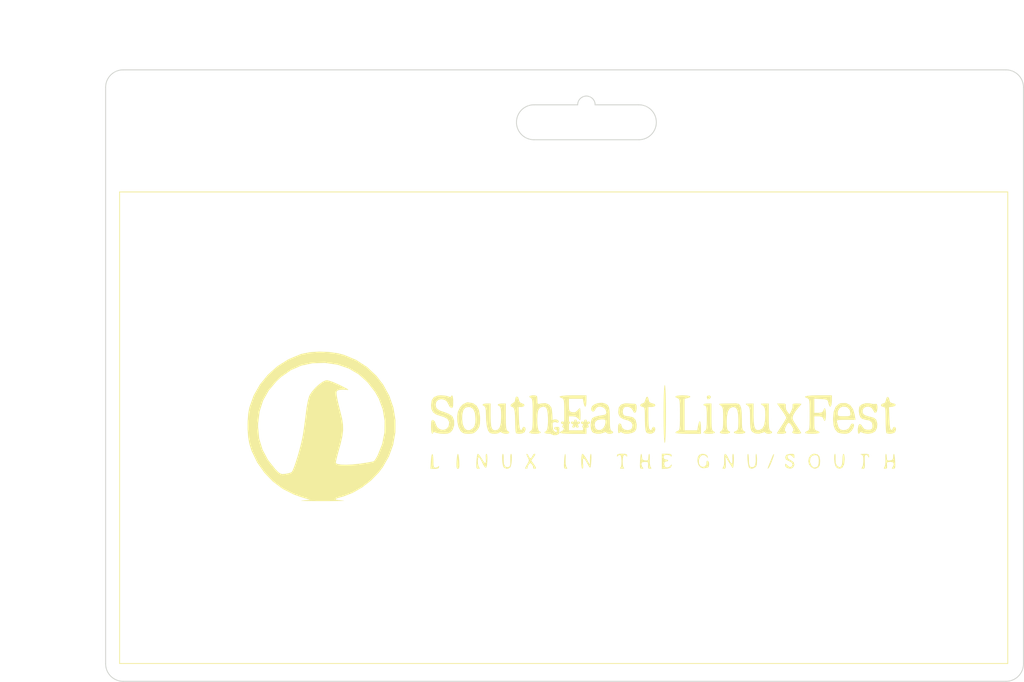
<source format=kicad_pcb>
(kicad_pcb (version 20221018) (generator pcbnew)
  (layers (0 "F.Cu" signal) (31 "B.Cu" signal) (34 "B.Paste" user) (35 "F.Paste" user) (36 "B.SilkS" user "B.Silkscreen") (37 "F.SilkS" user "F.Silkscreen") (38 "B.Mask" user) (39 "F.Mask" user) (44 "Edge.Cuts" user))
  (net 0 "")
  (footprint "Resources:SELF_FULL_Stencil" (layer "F.Cu") (at 153 81)
    (fp_text reference "G***" (at 0 0) (layer "F.SilkS") (effects (font (size 1.5 1.5) (thickness 0.3))))
    (fp_text value "LOGO" hide)
    (fp_poly (pts (xy 16.23327 -3.624621) (xy 16.214047 -3.462831) (xy 16.064085 -3.314099) (xy 15.895878 -3.277364) (xy 15.8627 -3.298703) (xy 15.779829 -3.500194) (xy 15.774737 -3.564912) (xy 15.873426 -3.7125) (xy 16.07619 -3.732618)) (fill solid) (layer "F.SilkS"))
    (fp_poly (pts (xy -12.637253 3.063008) (xy -12.580865 3.382097) (xy -12.544302 3.810281) (xy -12.530939 4.291641) (xy -12.55957 4.56027) (xy -12.639623 4.668811) (xy -12.7 4.679509) (xy -12.808485 4.629822) (xy -12.860959 4.445665) (xy -12.866852 4.074392) (xy -12.855699 3.810281) (xy -12.817316 3.367652) (xy -12.76047 3.054583) (xy -12.7 2.941053)) (fill solid) (layer "F.SilkS"))
    (fp_poly (pts (xy -0.380893 3.060753) (xy -0.369947 3.367398) (xy -0.380795 3.613254) (xy -0.376903 4.088007) (xy -0.301762 4.420199) (xy -0.264163 4.482284) (xy -0.17915 4.637104) (xy -0.324942 4.678979) (xy -0.351263 4.679228) (xy -0.485205 4.65153) (xy -0.554466 4.52898) (xy -0.572904 4.252967) (xy -0.556751 3.810281) (xy -0.52146 3.367664) (xy -0.472699 3.054569) (xy -0.423067 2.94097)) (fill solid) (layer "F.SilkS"))
    (fp_poly (pts (xy 23.453787 3.114067) (xy 23.360445 3.420982) (xy 23.217961 3.807515) (xy 23.057697 4.192055) (xy 22.911017 4.49299) (xy 22.837538 4.605421) (xy 22.735961 4.675534) (xy 22.726316 4.655168) (xy 22.773513 4.494258) (xy 22.891655 4.184629) (xy 22.94273 4.060274) (xy 23.113382 3.645128) (xy 23.259067 3.279467) (xy 23.280681 3.223302) (xy 23.391771 3.008262) (xy 23.466626 2.968381)) (fill solid) (layer "F.SilkS"))
    (fp_poly (pts (xy -15.535642 3.202846) (xy -15.507616 3.683144) (xy -15.507369 3.743158) (xy -15.496996 4.192453) (xy -15.452996 4.435243) (xy -15.35605 4.532009) (xy -15.251141 4.545263) (xy -15.005383 4.468854) (xy -14.927484 4.378158) (xy -14.868632 4.331266) (xy -14.849502 4.445) (xy -14.903099 4.604283) (xy -15.12439 4.671169) (xy -15.340263 4.679228) (xy -15.841579 4.679509) (xy -15.796751 3.810281) (xy -15.746267 3.287744) (xy -15.673539 3.009454) (xy -15.597141 2.979719)) (fill solid) (layer "F.SilkS"))
    (fp_poly (pts (xy 11.007257 -4.8146) (xy 11.043637 -4.427072) (xy 11.07079 -3.795157) (xy 11.088257 -2.930282) (xy 11.095582 -1.843872) (xy 11.095789 -1.60421) (xy 11.090521 -0.475418) (xy 11.07502 0.434096) (xy 11.049743 1.112905) (xy 11.015148 1.549582) (xy 10.971691 1.732702) (xy 10.962105 1.737895) (xy 10.916953 1.60618) (xy 10.880573 1.218652) (xy 10.85342 0.586737) (xy 10.835953 -0.278139) (xy 10.828629 -1.364549) (xy 10.828421 -1.60421) (xy 10.833689 -2.733003) (xy 10.849191 -3.642516) (xy 10.874467 -4.321325) (xy 10.909062 -4.758003) (xy 10.952519 -4.941123) (xy 10.962105 -4.946315)) (fill solid) (layer "F.SilkS"))
    (fp_poly (pts (xy 31.492516 3.061185) (xy 31.540867 3.367918) (xy 31.549473 3.599925) (xy 31.481868 4.156094) (xy 31.29058 4.525417) (xy 30.992903 4.676877) (xy 30.947895 4.678948) (xy 30.713029 4.591292) (xy 30.556391 4.468872) (xy 30.452027 4.256837) (xy 30.378057 3.913842) (xy 30.340692 3.527092) (xy 30.346145 3.183789) (xy 30.400629 2.971138) (xy 30.447542 2.941053) (xy 30.499251 3.059642) (xy 30.51148 3.358733) (xy 30.502618 3.521317) (xy 30.51783 4.008978) (xy 30.666033 4.311023) (xy 30.672629 4.317742) (xy 30.940439 4.490538) (xy 31.136264 4.412266) (xy 31.252195 4.091433) (xy 31.282105 3.662013) (xy 31.304494 3.263839) (xy 31.362145 3.002001) (xy 31.415789 2.941053)) (fill solid) (layer "F.SilkS"))
    (fp_poly (pts (xy 20.542489 3.061762) (xy 20.578902 3.372855) (xy 20.587368 3.662013) (xy 20.610643 4.122189) (xy 20.690745 4.375253) (xy 20.804839 4.466425) (xy 21.102793 4.476843) (xy 21.296518 4.256172) (xy 21.373154 3.824595) (xy 21.367225 3.583749) (xy 21.360043 3.21162) (xy 21.391425 2.979567) (xy 21.422895 2.94097) (xy 21.477963 3.061889) (xy 21.514381 3.373533) (xy 21.523158 3.671613) (xy 21.502993 4.126066) (xy 21.427847 4.389055) (xy 21.275741 4.53444) (xy 21.264578 4.54056) (xy 20.954291 4.664989) (xy 20.71851 4.624815) (xy 20.634764 4.576637) (xy 20.552732 4.413874) (xy 20.483862 4.093044) (xy 20.435885 3.699792) (xy 20.416533 3.319765) (xy 20.433535 3.038606) (xy 20.487105 2.940871)) (fill solid) (layer "F.SilkS"))
    (fp_poly (pts (xy -6.548858 3.057747) (xy -6.524554 3.350587) (xy -6.539098 3.732453) (xy -6.587129 4.116493) (xy -6.663288 4.415851) (xy -6.714323 4.511842) (xy -6.958412 4.659073) (xy -7.085263 4.678948) (xy -7.364021 4.590641) (xy -7.456204 4.511842) (xy -7.545341 4.294518) (xy -7.609255 3.945535) (xy -7.642585 3.551738) (xy -7.639972 3.199974) (xy -7.596056 2.977086) (xy -7.553158 2.940887) (xy -7.481069 3.061712) (xy -7.456142 3.378055) (xy -7.464068 3.583749) (xy -7.44068 4.100788) (xy -7.292993 4.41134) (xy -7.032574 4.497694) (xy -6.890389 4.462092) (xy -6.755856 4.356568) (xy -6.6985 4.131386) (xy -6.702723 3.718346) (xy -6.70634 3.657498) (xy -6.709703 3.237947) (xy -6.664542 2.986112) (xy -6.617369 2.940788)) (fill solid) (layer "F.SilkS"))
    (fp_poly (pts (xy 34.105381 2.960442) (xy 34.289788 3.013479) (xy 34.342467 3.149116) (xy 34.341334 3.241842) (xy 34.318627 3.422775) (xy 34.275042 3.346602) (xy 34.26469 3.308685) (xy 34.116716 3.109948) (xy 34.000955 3.074737) (xy 33.888138 3.125378) (xy 33.836247 3.313576) (xy 33.834615 3.693739) (xy 33.843652 3.877086) (xy 33.860131 4.323688) (xy 33.834319 4.565354) (xy 33.749788 4.663261) (xy 33.628263 4.679191) (xy 33.456055 4.646714) (xy 33.522273 4.524296) (xy 33.528 4.518527) (xy 33.623973 4.296057) (xy 33.68129 3.918941) (xy 33.688421 3.725719) (xy 33.671494 3.333627) (xy 33.598753 3.132318) (xy 33.437254 3.046188) (xy 33.387631 3.035398) (xy 33.328692 2.999889) (xy 33.499919 2.970823) (xy 33.721842 2.959258)) (fill solid) (layer "F.SilkS"))
    (fp_poly (pts (xy 2.558929 3.060505) (xy 2.576257 3.364511) (xy 2.568727 3.576053) (xy 2.529282 4.142843) (xy 2.485294 4.460669) (xy 2.416382 4.547465) (xy 2.302167 4.421164) (xy 2.122267 4.099702) (xy 2.075002 4.010527) (xy 1.83988 3.61739) (xy 1.684184 3.478739) (xy 1.606643 3.595191) (xy 1.605993 3.967362) (xy 1.631403 4.226647) (xy 1.631495 4.538278) (xy 1.555471 4.677582) (xy 1.543945 4.678948) (xy 1.466379 4.553999) (xy 1.417183 4.212553) (xy 1.403684 3.81) (xy 1.422573 3.35569) (xy 1.472631 3.04508) (xy 1.537368 2.941597) (xy 1.672705 3.048804) (xy 1.879006 3.324121) (xy 2.034851 3.576597) (xy 2.398649 4.211053) (xy 2.402482 3.576053) (xy 2.423839 3.205759) (xy 2.473862 2.976922) (xy 2.507542 2.941053)) (fill solid) (layer "F.SilkS"))
    (fp_poly (pts (xy 16.309473 -1.265804) (xy 16.315818 -0.577054) (xy 16.338393 -0.112575) (xy 16.382511 0.170508) (xy 16.453482 0.315069) (xy 16.51 0.352709) (xy 16.705296 0.474375) (xy 16.658552 0.578735) (xy 16.395096 0.648698) (xy 16.042105 0.668421) (xy 15.658478 0.643573) (xy 15.417364 0.579804) (xy 15.373684 0.530541) (xy 15.480515 0.367747) (xy 15.57421 0.315712) (xy 15.667831 0.227438) (xy 15.728293 0.018981) (xy 15.761703 -0.354317) (xy 15.774168 -0.937115) (xy 15.774737 -1.150618) (xy 15.768492 -1.787883) (xy 15.745588 -2.201315) (xy 15.699771 -2.434248) (xy 15.624787 -2.530013) (xy 15.57421 -2.54) (xy 15.396307 -2.612185) (xy 15.373684 -2.673684) (xy 15.491203 -2.762045) (xy 15.780174 -2.806214) (xy 15.841579 -2.807368) (xy 16.309473 -2.807368)) (fill solid) (layer "F.SilkS"))
    (fp_poly (pts (xy 6.462228 2.960757) (xy 6.638237 3.036216) (xy 6.673656 3.175) (xy 6.639419 3.301683) (xy 6.595674 3.241842) (xy 6.41921 3.088414) (xy 6.338859 3.074737) (xy 6.228294 3.191744) (xy 6.161757 3.482923) (xy 6.14057 3.85851) (xy 6.166052 4.228743) (xy 6.239522 4.503859) (xy 6.316579 4.590411) (xy 6.322797 4.636183) (xy 6.114538 4.657619) (xy 6.082631 4.65784) (xy 5.85506 4.639813) (xy 5.836472 4.595867) (xy 5.848684 4.590411) (xy 5.955168 4.429743) (xy 6.012776 4.113591) (xy 6.022828 3.73172) (xy 5.986644 3.373892) (xy 5.905543 3.12987) (xy 5.826403 3.074737) (xy 5.611732 3.175815) (xy 5.569589 3.241842) (xy 5.510737 3.288734) (xy 5.491606 3.175) (xy 5.535598 3.027034) (xy 5.726488 2.957262) (xy 6.082631 2.941053)) (fill solid) (layer "F.SilkS"))
    (fp_poly (pts (xy 11.562746 2.963096) (xy 11.726669 3.046636) (xy 11.753656 3.175) (xy 11.719419 3.301683) (xy 11.675674 3.241842) (xy 11.507171 3.121544) (xy 11.218333 3.074737) (xy 10.929794 3.119464) (xy 10.831247 3.28422) (xy 10.828421 3.342106) (xy 10.92295 3.565533) (xy 11.095789 3.609474) (xy 11.313115 3.659295) (xy 11.363158 3.728304) (xy 11.253821 3.820074) (xy 11.12921 3.828568) (xy 10.943491 3.902496) (xy 10.895263 4.14238) (xy 10.990372 4.425409) (xy 11.216625 4.533085) (xy 11.485408 4.442348) (xy 11.60028 4.325853) (xy 11.738788 4.156679) (xy 11.763002 4.208983) (xy 11.741647 4.344737) (xy 11.641698 4.532198) (xy 11.38161 4.626945) (xy 11.161478 4.65158) (xy 10.627895 4.691055) (xy 10.627895 3.816054) (xy 10.627895 2.941053) (xy 11.196052 2.941053)) (fill solid) (layer "F.SilkS"))
    (fp_poly (pts (xy 15.526607 2.976701) (xy 15.791088 3.113338) (xy 15.87878 3.275263) (xy 15.894421 3.4576) (xy 15.82611 3.392378) (xy 15.773018 3.308685) (xy 15.519727 3.105445) (xy 15.218281 3.114278) (xy 14.978152 3.331796) (xy 14.977335 3.333317) (xy 14.855177 3.729784) (xy 14.889313 4.09049) (xy 15.048111 4.35431) (xy 15.299943 4.46012) (xy 15.529251 4.399868) (xy 15.732908 4.178483) (xy 15.733009 3.999081) (xy 15.74933 3.784421) (xy 15.854094 3.743158) (xy 15.999918 3.863655) (xy 16.042105 4.144211) (xy 15.985141 4.456372) (xy 15.852512 4.545263) (xy 15.548572 4.592724) (xy 15.483869 4.613972) (xy 15.250204 4.594899) (xy 15.005041 4.472707) (xy 14.797192 4.192188) (xy 14.702249 3.792626) (xy 14.728988 3.387787) (xy 14.886188 3.091438) (xy 14.897705 3.081446) (xy 15.193049 2.959005)) (fill solid) (layer "F.SilkS"))
    (fp_poly (pts (xy 28.435153 3.011873) (xy 28.654843 3.248621) (xy 28.738953 3.687731) (xy 28.742105 3.832034) (xy 28.703732 4.248347) (xy 28.570253 4.481436) (xy 28.483525 4.54056) (xy 28.191828 4.661595) (xy 27.954169 4.625832) (xy 27.702377 4.470841) (xy 27.461153 4.171367) (xy 27.395325 3.834014) (xy 27.577364 3.834014) (xy 27.605021 3.988218) (xy 27.781417 4.361182) (xy 28.039764 4.533461) (xy 28.32423 4.481358) (xy 28.466994 4.354067) (xy 28.560929 4.101469) (xy 28.587951 3.725593) (xy 28.583626 3.652225) (xy 28.52917 3.31055) (xy 28.401521 3.152739) (xy 28.182939 3.100146) (xy 27.840016 3.170645) (xy 27.625568 3.434615) (xy 27.577364 3.834014) (xy 27.395325 3.834014) (xy 27.386601 3.789305) (xy 27.460505 3.404442) (xy 27.664649 3.096563) (xy 27.980815 2.945456) (xy 28.051651 2.941053)) (fill solid) (layer "F.SilkS"))
    (fp_poly (pts (xy 18.849785 3.0661) (xy 18.877696 3.414678) (xy 18.867518 3.843141) (xy 18.827558 4.329143) (xy 18.772267 4.561163) (xy 18.698401 4.552315) (xy 18.693836 4.545263) (xy 18.549316 4.312927) (xy 18.331974 3.963235) (xy 18.236772 3.81) (xy 17.904593 3.275263) (xy 17.942559 3.977189) (xy 17.952733 4.389869) (xy 17.912516 4.600861) (xy 17.802585 4.674033) (xy 17.73021 4.679031) (xy 17.561537 4.644847) (xy 17.626081 4.50314) (xy 17.643109 4.482284) (xy 17.738735 4.215529) (xy 17.76702 3.777095) (xy 17.759742 3.613254) (xy 17.761356 3.160362) (xy 17.839585 2.962347) (xy 17.984072 3.021971) (xy 18.184463 3.341997) (xy 18.250807 3.482248) (xy 18.467554 3.909484) (xy 18.615956 4.080069) (xy 18.694723 3.993777) (xy 18.702567 3.650384) (xy 18.696222 3.559679) (xy 18.692177 3.178283) (xy 18.744263 2.964438) (xy 18.781668 2.940772)) (fill solid) (layer "F.SilkS"))
    (fp_poly (pts (xy -9.355968 3.067602) (xy -9.326815 3.428799) (xy -9.336176 3.816377) (xy -9.383313 4.312401) (xy -9.466898 4.54782) (xy -9.597041 4.523629) (xy -9.783853 4.240821) (xy -9.959127 3.877611) (xy -10.129119 3.552589) (xy -10.273848 3.362502) (xy -10.313988 3.342106) (xy -10.395905 3.456231) (xy -10.425575 3.732331) (xy -10.406975 4.070989) (xy -10.344078 4.372787) (xy -10.266948 4.518527) (xy -10.193571 4.644426) (xy -10.357868 4.679192) (xy -10.367211 4.679228) (xy -10.506611 4.654242) (xy -10.579222 4.539519) (xy -10.599718 4.275988) (xy -10.583067 3.810281) (xy -10.543874 3.367645) (xy -10.484908 3.054575) (xy -10.421597 2.941053) (xy -10.294607 3.047098) (xy -10.092453 3.319782) (xy -9.9392 3.565167) (xy -9.703916 3.917999) (xy -9.55643 4.01897) (xy -9.493344 3.866759) (xy -9.51126 3.460044) (xy -9.517856 3.401203) (xy -9.519007 3.084773) (xy -9.444018 2.942466) (xy -9.431314 2.940772)) (fill solid) (layer "F.SilkS"))
    (fp_poly (pts (xy 25.769316 3.03409) (xy 25.796801 3.233773) (xy 25.778422 3.445417) (xy 25.697041 3.411892) (xy 25.614958 3.308685) (xy 25.37884 3.117161) (xy 25.147269 3.092332) (xy 25.008996 3.233605) (xy 24.998947 3.312797) (xy 25.119753 3.536194) (xy 25.4 3.702237) (xy 25.713564 3.918848) (xy 25.801445 4.210031) (xy 25.645358 4.513757) (xy 25.640631 4.518527) (xy 25.46507 4.63956) (xy 25.228982 4.645656) (xy 24.965526 4.586796) (xy 24.770658 4.420388) (xy 24.731579 4.268093) (xy 24.745529 4.100184) (xy 24.828705 4.116778) (xy 25.007892 4.28684) (xy 25.24549 4.46693) (xy 25.430398 4.43893) (xy 25.467841 4.41075) (xy 25.595214 4.184931) (xy 25.477732 3.957303) (xy 25.135166 3.764258) (xy 25.11215 3.75605) (xy 24.826312 3.605732) (xy 24.748316 3.391108) (xy 24.755237 3.312235) (xy 24.839617 3.099967) (xy 25.064505 2.99672) (xy 25.299737 2.966404) (xy 25.628738 2.958022)) (fill solid) (layer "F.SilkS"))
    (fp_poly (pts (xy -3.836938 2.997707) (xy -3.925504 3.191634) (xy -4.023496 3.331056) (xy -4.311837 3.721059) (xy -4.027498 4.120377) (xy -3.811913 4.446877) (xy -3.760772 4.615803) (xy -3.86755 4.675144) (xy -3.951574 4.678948) (xy -4.096185 4.62298) (xy -4.089541 4.564958) (xy -4.10705 4.38399) (xy -4.215335 4.197326) (xy -4.374583 4.021511) (xy -4.495088 4.060075) (xy -4.607823 4.197326) (xy -4.73355 4.434963) (xy -4.733618 4.564958) (xy -4.777156 4.661555) (xy -4.882487 4.678948) (xy -5.001358 4.648313) (xy -4.985535 4.518428) (xy -4.825693 4.232323) (xy -4.803469 4.196228) (xy -4.622604 3.879185) (xy -4.579446 3.66835) (xy -4.664545 3.446706) (xy -4.733282 3.32728) (xy -4.851161 3.070981) (xy -4.843832 2.944026) (xy -4.829198 2.941053) (xy -4.687242 3.051513) (xy -4.612105 3.208421) (xy -4.486765 3.424622) (xy -4.390055 3.47579) (xy -4.249605 3.364291) (xy -4.182946 3.208421) (xy -4.046952 2.991137) (xy -3.924091 2.941053)) (fill solid) (layer "F.SilkS"))
    (fp_poly (pts (xy 9.239437 3.060711) (xy 9.254523 3.367258) (xy 9.244468 3.613254) (xy 9.248361 4.088007) (xy 9.323501 4.420199) (xy 9.361101 4.482284) (xy 9.445047 4.636194) (xy 9.297783 4.678604) (xy 9.263732 4.678948) (xy 9.084949 4.630701) (xy 9.044439 4.436639) (xy 9.06201 4.277895) (xy 9.077782 3.999279) (xy 8.961574 3.892863) (xy 8.704647 3.876842) (xy 8.398429 3.919851) (xy 8.291103 4.071146) (xy 8.288421 4.117474) (xy 8.37306 4.414016) (xy 8.448842 4.518527) (xy 8.522219 4.644426) (xy 8.357922 4.679192) (xy 8.348579 4.679228) (xy 8.209178 4.654242) (xy 8.136567 4.539519) (xy 8.116071 4.275988) (xy 8.132722 3.810281) (xy 8.168753 3.367673) (xy 8.219449 3.054607) (xy 8.271677 2.941053) (xy 8.33835 3.056479) (xy 8.360533 3.308685) (xy 8.405836 3.58635) (xy 8.60708 3.700831) (xy 8.722895 3.718617) (xy 8.980259 3.717584) (xy 9.077507 3.581037) (xy 9.090526 3.350985) (xy 9.119019 3.065422) (xy 9.187868 2.941145) (xy 9.190789 2.94097)) (fill solid) (layer "F.SilkS"))
    (fp_poly (pts (xy 13.527652 -3.720206) (xy 13.82262 -3.659296) (xy 13.89934 -3.572343) (xy 13.73804 -3.471262) (xy 13.568947 -3.420893) (xy 13.234737 -3.337011) (xy 13.234737 -1.534821) (xy 13.234737 0.267369) (xy 13.958249 0.267369) (xy 14.681762 0.267369) (xy 14.772105 -0.267368) (xy 14.867262 -0.654052) (xy 14.965579 -0.785084) (xy 15.04894 -0.671335) (xy 15.099232 -0.323672) (xy 15.106316 -0.066842) (xy 15.106316 0.668421) (xy 13.635789 0.668421) (xy 13.03513 0.65782) (xy 12.55612 0.628934) (xy 12.250406 0.586144) (xy 12.165263 0.543746) (xy 12.275596 0.407982) (xy 12.432631 0.334211) (xy 12.540817 0.282707) (xy 12.615152 0.179547) (xy 12.661936 -0.019371) (xy 12.687469 -0.358147) (xy 12.698052 -0.880882) (xy 12.7 -1.537368) (xy 12.697431 -2.261149) (xy 12.685524 -2.76168) (xy 12.65798 -3.083061) (xy 12.608497 -3.269394) (xy 12.530777 -3.364778) (xy 12.432631 -3.408947) (xy 12.188959 -3.524445) (xy 12.191848 -3.625905) (xy 12.420504 -3.701773) (xy 12.854133 -3.740497) (xy 13.03421 -3.743158)) (fill solid) (layer "F.SilkS"))
    (fp_poly (pts (xy 36.33168 3.057523) (xy 36.362063 3.339041) (xy 36.362105 3.350985) (xy 36.389588 3.6348) (xy 36.52208 3.727993) (xy 36.729737 3.718617) (xy 37.001035 3.638117) (xy 37.089307 3.425075) (xy 37.092098 3.308685) (xy 37.117826 3.041814) (xy 37.180955 2.941053) (xy 37.235172 3.062995) (xy 37.285528 3.382055) (xy 37.319909 3.810281) (xy 37.336564 4.279414) (xy 37.315638 4.541235) (xy 37.242455 4.654814) (xy 37.104052 4.679228) (xy 36.931844 4.646721) (xy 36.998066 4.524292) (xy 37.003789 4.518527) (xy 37.145058 4.250299) (xy 37.16421 4.117474) (xy 37.089817 3.940441) (xy 36.828118 3.878393) (xy 36.747985 3.876842) (xy 36.46238 3.901047) (xy 36.370581 4.028068) (xy 36.390621 4.277895) (xy 36.401256 4.56395) (xy 36.290749 4.670133) (xy 36.188899 4.678948) (xy 36.01239 4.645901) (xy 36.07048 4.508197) (xy 36.091531 4.482284) (xy 36.187156 4.215529) (xy 36.215441 3.777095) (xy 36.208163 3.613254) (xy 36.199567 3.231377) (xy 36.228405 2.987808) (xy 36.261842 2.94097)) (fill solid) (layer "F.SilkS"))
    (fp_poly (pts (xy -5.786148 -3.466701) (xy -5.72388 -3.241842) (xy -5.61311 -2.939551) (xy -5.38079 -2.831491) (xy -5.13028 -2.721209) (xy -5.092941 -2.555093) (xy -5.260336 -2.426897) (xy -5.419052 -2.406315) (xy -5.758103 -2.406315) (xy -5.719841 -1.113731) (xy -5.684128 -0.421229) (xy -5.624318 0.018756) (xy -5.538288 0.220173) (xy -5.514474 0.234251) (xy -5.371091 0.17849) (xy -5.347369 0.077983) (xy -5.245177 -0.106305) (xy -5.146842 -0.133684) (xy -4.986958 -0.032623) (xy -4.956032 0.19926) (xy -5.060751 0.45502) (xy -5.106737 0.508) (xy -5.351262 0.624643) (xy -5.690631 0.667427) (xy -5.983698 0.625799) (xy -6.060351 0.579299) (xy -6.100966 0.413318) (xy -6.132349 0.047566) (xy -6.149532 -0.450391) (xy -6.151299 -0.65728) (xy -6.166131 -1.412819) (xy -6.211908 -1.933003) (xy -6.29477 -2.248691) (xy -6.420857 -2.390743) (xy -6.499276 -2.406315) (xy -6.663649 -2.484977) (xy -6.659886 -2.653576) (xy -6.506934 -2.811038) (xy -6.416842 -2.846103) (xy -6.195541 -3.019917) (xy -6.149474 -3.262747) (xy -6.082406 -3.53907) (xy -5.934598 -3.605743)) (fill solid) (layer "F.SilkS"))
    (fp_poly (pts (xy -10.974799 -2.844416) (xy -10.554926 -2.548587) (xy -10.288294 -2.044681) (xy -10.168456 -1.323816) (xy -10.16 -1.019527) (xy -10.177073 -0.506375) (xy -10.246019 -0.161316) (xy -10.393425 0.113728) (xy -10.506094 0.257112) (xy -10.764691 0.516035) (xy -11.039968 0.63669) (xy -11.450673 0.668268) (xy -11.499023 0.668421) (xy -11.934709 0.640664) (xy -12.211207 0.531598) (xy -12.410731 0.331689) (xy -12.636763 -0.121019) (xy -12.765533 -0.72288) (xy -12.773901 -1.036622) (xy -12.214197 -1.036622) (xy -12.142257 -0.427201) (xy -11.956046 0.005435) (xy -11.682552 0.238944) (xy -11.348763 0.250981) (xy -10.981666 0.019205) (xy -10.962105 0) (xy -10.794824 -0.243934) (xy -10.71307 -0.597125) (xy -10.694737 -1.039728) (xy -10.754126 -1.708336) (xy -10.937001 -2.148241) (xy -11.250421 -2.37143) (xy -11.499719 -2.406315) (xy -11.850576 -2.317314) (xy -12.078259 -2.035999) (xy -12.193966 -1.540904) (xy -12.214197 -1.036622) (xy -12.773901 -1.036622) (xy -12.782763 -1.368883) (xy -12.706823 -1.84624) (xy -12.474758 -2.350464) (xy -12.115455 -2.731367) (xy -11.693696 -2.92741) (xy -11.554359 -2.941052)) (fill solid) (layer "F.SilkS"))
    (fp_poly (pts (xy 36.608938 -3.439789) (xy 36.65325 -3.249767) (xy 36.745129 -2.961098) (xy 36.98777 -2.843224) (xy 37.071873 -2.831145) (xy 37.340597 -2.742518) (xy 37.37784 -2.605151) (xy 37.19682 -2.478037) (xy 36.982067 -2.430401) (xy 36.620017 -2.387644) (xy 36.658166 -1.104395) (xy 36.694113 -0.413978) (xy 36.754501 0.023545) (xy 36.841406 0.221712) (xy 36.863421 0.234251) (xy 37.006804 0.17849) (xy 37.030526 0.077983) (xy 37.132718 -0.106305) (xy 37.231052 -0.133684) (xy 37.390937 -0.032623) (xy 37.421862 0.19926) (xy 37.317144 0.45502) (xy 37.271158 0.508) (xy 37.026633 0.624643) (xy 36.687263 0.667427) (xy 36.394196 0.625799) (xy 36.317544 0.579299) (xy 36.28125 0.416731) (xy 36.252078 0.04574) (xy 36.233445 -0.474754) (xy 36.228421 -0.95807) (xy 36.225256 -1.595886) (xy 36.210032 -2.012919) (xy 36.174152 -2.25573) (xy 36.10902 -2.370882) (xy 36.00604 -2.404937) (xy 35.961052 -2.406315) (xy 35.743309 -2.489904) (xy 35.693684 -2.606842) (xy 35.804439 -2.771146) (xy 35.952173 -2.807368) (xy 36.169811 -2.90598) (xy 36.252962 -3.16469) (xy 36.344697 -3.471754) (xy 36.483307 -3.567694)) (fill solid) (layer "F.SilkS"))
    (fp_poly (pts (xy 9.084336 -3.410443) (xy 9.115068 -3.241842) (xy 9.210814 -2.955514) (xy 9.463699 -2.840315) (xy 9.525 -2.83191) (xy 9.821871 -2.731489) (xy 9.892128 -2.57654) (xy 9.741831 -2.444245) (xy 9.491579 -2.406315) (xy 9.090526 -2.406315) (xy 9.090526 -1.280933) (xy 9.099794 -0.736088) (xy 9.124436 -0.278919) (xy 9.159713 0.01247) (xy 9.171671 0.055909) (xy 9.310804 0.243157) (xy 9.446553 0.226927) (xy 9.491579 0.066842) (xy 9.598589 -0.110392) (xy 9.692105 -0.133684) (xy 9.85199 -0.032623) (xy 9.882915 0.19926) (xy 9.778196 0.45502) (xy 9.73221 0.508) (xy 9.471583 0.641935) (xy 9.291052 0.668421) (xy 8.984271 0.596026) (xy 8.849895 0.508) (xy 8.765281 0.278454) (xy 8.711349 -0.200489) (xy 8.689807 -0.912427) (xy 8.689473 -1.029368) (xy 8.686 -1.648517) (xy 8.669402 -2.048036) (xy 8.630417 -2.275636) (xy 8.559779 -2.379026) (xy 8.448226 -2.405917) (xy 8.422105 -2.406315) (xy 8.204362 -2.489904) (xy 8.154737 -2.606842) (xy 8.265075 -2.772769) (xy 8.405395 -2.807368) (xy 8.625616 -2.919079) (xy 8.736263 -3.208421) (xy 8.8468 -3.522081) (xy 8.976688 -3.590645)) (fill solid) (layer "F.SilkS"))
    (fp_poly (pts (xy -8.956842 -1.430421) (xy -8.943586 -0.714873) (xy -8.895488 -0.22654) (xy -8.800058 0.073799) (xy -8.644804 0.225362) (xy -8.417235 0.267368) (xy -8.416088 0.267369) (xy -8.113826 0.183485) (xy -7.909508 -0.084489) (xy -7.792906 -0.561035) (xy -7.753791 -1.270636) (xy -7.753684 -1.318143) (xy -7.765198 -1.894366) (xy -7.805211 -2.252025) (xy -7.88193 -2.439155) (xy -7.954211 -2.491656) (xy -8.144757 -2.618722) (xy -8.096879 -2.732804) (xy -7.83875 -2.800635) (xy -7.686842 -2.807368) (xy -7.218948 -2.807368) (xy -7.218948 -1.284302) (xy -7.212475 -0.599999) (xy -7.189457 -0.139747) (xy -7.144493 0.139541) (xy -7.072185 0.280951) (xy -7.018421 0.315712) (xy -6.841282 0.457143) (xy -6.817895 0.530541) (xy -6.928611 0.631683) (xy -7.186941 0.664852) (xy -7.482161 0.630972) (xy -7.703546 0.530967) (xy -7.711859 0.523089) (xy -7.873226 0.450054) (xy -7.947012 0.523089) (xy -8.138118 0.623809) (xy -8.470572 0.662895) (xy -8.824725 0.636731) (xy -9.059548 0.556712) (xy -9.252541 0.293579) (xy -9.393523 -0.196914) (xy -9.474632 -0.878431) (xy -9.491579 -1.440418) (xy -9.506001 -1.983927) (xy -9.555481 -2.310172) (xy -9.649338 -2.468015) (xy -9.692105 -2.491656) (xy -9.882652 -2.618722) (xy -9.834774 -2.732804) (xy -9.576645 -2.800635) (xy -9.424737 -2.807368) (xy -8.956842 -2.807368)) (fill solid) (layer "F.SilkS"))
    (fp_poly (pts (xy 22.86 -1.284302) (xy 22.866473 -0.599999) (xy 22.889491 -0.139747) (xy 22.934454 0.139541) (xy 23.006762 0.280951) (xy 23.060526 0.315712) (xy 23.249732 0.452705) (xy 23.206119 0.586339) (xy 22.959645 0.663919) (xy 22.86 0.668421) (xy 22.578429 0.628344) (xy 22.458979 0.531777) (xy 22.458947 0.530034) (xy 22.377113 0.459929) (xy 22.200367 0.530034) (xy 21.765067 0.656564) (xy 21.314989 0.626316) (xy 20.966803 0.449128) (xy 20.942298 0.423948) (xy 20.832059 0.239597) (xy 20.763749 -0.054022) (xy 20.729433 -0.511465) (xy 20.721052 -1.097115) (xy 20.715955 -1.697338) (xy 20.692737 -2.089033) (xy 20.639504 -2.330964) (xy 20.544365 -2.4819) (xy 20.420263 -2.583524) (xy 20.238926 -2.720646) (xy 20.251817 -2.780877) (xy 20.49042 -2.798264) (xy 20.620789 -2.800356) (xy 21.122105 -2.807368) (xy 21.122105 -1.496077) (xy 21.141241 -0.737818) (xy 21.206477 -0.215511) (xy 21.329556 0.100042) (xy 21.522222 0.238039) (xy 21.796217 0.227681) (xy 21.813649 0.223445) (xy 22.125887 0.044467) (xy 22.330774 -0.323359) (xy 22.437578 -0.904213) (xy 22.458947 -1.460511) (xy 22.447722 -1.963254) (xy 22.400856 -2.272961) (xy 22.298566 -2.463497) (xy 22.158158 -2.583524) (xy 21.976821 -2.720646) (xy 21.989711 -2.780877) (xy 22.228315 -2.798264) (xy 22.358684 -2.800356) (xy 22.86 -2.807368)) (fill solid) (layer "F.SilkS"))
    (fp_poly (pts (xy 32.172314 -2.628339) (xy 32.50361 -2.170679) (xy 32.696119 -1.503947) (xy 32.786803 -0.935789) (xy 31.691235 -0.935789) (xy 31.154234 -0.93253) (xy 30.835093 -0.912914) (xy 30.684311 -0.862187) (xy 30.652384 -0.765592) (xy 30.682125 -0.635) (xy 30.781484 -0.286295) (xy 30.833728 -0.100574) (xy 31.018379 0.144976) (xy 31.334222 0.247562) (xy 31.691338 0.214533) (xy 31.999806 0.053244) (xy 32.165234 -0.209436) (xy 32.295511 -0.453362) (xy 32.467561 -0.528756) (xy 32.596769 -0.421451) (xy 32.618947 -0.285397) (xy 32.539406 -0.009859) (xy 32.347498 0.308984) (xy 32.341876 0.316182) (xy 32.085969 0.55834) (xy 31.75935 0.654846) (xy 31.50635 0.66417) (xy 31.10119 0.623807) (xy 30.787611 0.528768) (xy 30.735783 0.497064) (xy 30.443821 0.16766) (xy 30.275608 -0.302963) (xy 30.214183 -0.96645) (xy 30.213131 -1.094106) (xy 30.274693 -1.734813) (xy 30.747368 -1.734813) (xy 30.759954 -1.507294) (xy 30.841583 -1.388872) (xy 31.058059 -1.343927) (xy 31.475187 -1.336842) (xy 31.482631 -1.336842) (xy 31.908894 -1.34912) (xy 32.130918 -1.400504) (xy 32.211272 -1.512814) (xy 32.217895 -1.593277) (xy 32.127477 -2.063637) (xy 31.845371 -2.35891) (xy 31.713723 -2.420108) (xy 31.304867 -2.454615) (xy 30.966279 -2.27288) (xy 30.770042 -1.92602) (xy 30.747368 -1.734813) (xy 30.274693 -1.734813) (xy 30.287719 -1.870387) (xy 30.509573 -2.427636) (xy 30.8774 -2.763387) (xy 31.134672 -2.851408) (xy 31.713005 -2.857833)) (fill solid) (layer "F.SilkS"))
    (fp_poly (pts (xy 34.41875 -2.825342) (xy 34.489156 -2.807761) (xy 34.839683 -2.744975) (xy 35.09865 -2.76154) (xy 35.099765 -2.761964) (xy 35.226023 -2.748533) (xy 35.283327 -2.548722) (xy 35.292631 -2.286934) (xy 35.240937 -1.918148) (xy 35.115247 -1.734663) (xy 34.959654 -1.762058) (xy 34.821989 -2.01392) (xy 34.617851 -2.310961) (xy 34.303323 -2.448069) (xy 33.966751 -2.423694) (xy 33.696483 -2.236288) (xy 33.600403 -2.035331) (xy 33.60641 -1.711763) (xy 33.82666 -1.480504) (xy 34.281754 -1.324178) (xy 34.489103 -1.285733) (xy 34.913142 -1.153435) (xy 35.154728 -0.943673) (xy 35.283732 -0.484508) (xy 35.242227 -0.002013) (xy 35.041755 0.383924) (xy 35.025263 0.401053) (xy 34.665869 0.599586) (xy 34.186978 0.668973) (xy 33.708679 0.598746) (xy 33.545948 0.530034) (xy 33.333122 0.459929) (xy 33.287368 0.530034) (xy 33.184758 0.6631) (xy 33.145997 0.668421) (xy 33.062987 0.547442) (xy 33.039491 0.226487) (xy 33.045734 0.100263) (xy 33.12255 -0.301016) (xy 33.263465 -0.460039) (xy 33.446912 -0.367645) (xy 33.596537 -0.133684) (xy 33.789683 0.110002) (xy 34.099822 0.196724) (xy 34.227106 0.200527) (xy 34.545083 0.17348) (xy 34.686927 0.046118) (xy 34.735942 -0.193934) (xy 34.673898 -0.594066) (xy 34.398594 -0.849176) (xy 33.950958 -0.935789) (xy 33.595317 -1.02566) (xy 33.37493 -1.180263) (xy 33.222455 -1.496855) (xy 33.15777 -1.92874) (xy 33.193173 -2.33645) (xy 33.258715 -2.498215) (xy 33.538944 -2.723315) (xy 33.962903 -2.841736)) (fill solid) (layer "F.SilkS"))
    (fp_poly (pts (xy 7.077657 -2.797347) (xy 7.43215 -2.783301) (xy 7.452895 -2.782969) (xy 7.649892 -2.74313) (xy 7.735869 -2.580784) (xy 7.753684 -2.258489) (xy 7.701662 -1.90904) (xy 7.577885 -1.735117) (xy 7.430785 -1.764651) (xy 7.31399 -2.004906) (xy 7.123041 -2.274559) (xy 6.792996 -2.426477) (xy 6.44309 -2.411856) (xy 6.383421 -2.385815) (xy 6.208947 -2.174589) (xy 6.150755 -1.862483) (xy 6.211588 -1.567618) (xy 6.360933 -1.417987) (xy 6.670281 -1.350198) (xy 6.865925 -1.336842) (xy 7.330717 -1.228873) (xy 7.630978 -0.916111) (xy 7.751905 -0.415271) (xy 7.753684 -0.33421) (xy 7.716156 0.092337) (xy 7.57953 0.355489) (xy 7.45657 0.460315) (xy 7.145028 0.593094) (xy 6.74918 0.658665) (xy 6.371792 0.651963) (xy 6.115628 0.56792) (xy 6.078619 0.528246) (xy 5.928153 0.46821) (xy 5.803361 0.544615) (xy 5.68843 0.599376) (xy 5.631768 0.484308) (xy 5.614959 0.154363) (xy 5.614737 0.083211) (xy 5.639654 -0.319209) (xy 5.724802 -0.506066) (xy 5.815263 -0.534737) (xy 5.978717 -0.423768) (xy 6.015789 -0.272072) (xy 6.127575 0.013024) (xy 6.400632 0.195729) (xy 6.741513 0.25491) (xy 7.056767 0.169436) (xy 7.218947 0) (xy 7.2813 -0.353896) (xy 7.118241 -0.663901) (xy 6.770424 -0.859749) (xy 6.713773 -0.873157) (xy 6.164603 -1.030846) (xy 5.83366 -1.256881) (xy 5.673094 -1.593342) (xy 5.641766 -1.815911) (xy 5.697363 -2.335585) (xy 5.948328 -2.673885) (xy 6.385912 -2.822129) (xy 6.656977 -2.82343)) (fill solid) (layer "F.SilkS"))
    (fp_poly (pts (xy 19.390917 -2.780788) (xy 19.585691 -2.610824) (xy 19.707313 -2.278657) (xy 19.769296 -1.748984) (xy 19.785263 -1.058225) (xy 19.793772 -0.429898) (xy 19.823753 -0.022755) (xy 19.881887 0.208977) (xy 19.974855 0.311075) (xy 19.985789 0.315712) (xy 20.18372 0.442737) (xy 20.143671 0.558459) (xy 19.894818 0.640884) (xy 19.517895 0.668421) (xy 19.098992 0.63774) (xy 18.87854 0.558528) (xy 18.879639 0.450039) (xy 19.116842 0.334211) (xy 19.249509 0.264952) (xy 19.329554 0.12263) (xy 19.369885 -0.150048) (xy 19.383413 -0.610374) (xy 19.38421 -0.852405) (xy 19.357751 -1.559192) (xy 19.269848 -2.032226) (xy 19.107713 -2.30066) (xy 18.858559 -2.393644) (xy 18.711646 -2.38559) (xy 18.398299 -2.237257) (xy 18.188591 -1.885012) (xy 18.075331 -1.310735) (xy 18.049339 -0.716145) (xy 18.063099 -0.178518) (xy 18.113424 0.142308) (xy 18.209779 0.295526) (xy 18.247895 0.315712) (xy 18.443552 0.444204) (xy 18.402745 0.56322) (xy 18.155826 0.646068) (xy 17.846842 0.668421) (xy 17.488086 0.641038) (xy 17.272876 0.571753) (xy 17.245263 0.530541) (xy 17.352094 0.367747) (xy 17.445789 0.315712) (xy 17.542112 0.224004) (xy 17.603211 0.007574) (xy 17.635706 -0.379242) (xy 17.646217 -0.982106) (xy 17.646316 -1.06747) (xy 17.641485 -1.675309) (xy 17.619337 -2.073705) (xy 17.568388 -2.320519) (xy 17.477153 -2.473613) (xy 17.345526 -2.582988) (xy 17.201264 -2.695036) (xy 17.199717 -2.758909) (xy 17.379306 -2.78954) (xy 17.778455 -2.80186) (xy 17.913684 -2.803784) (xy 18.423368 -2.811181) (xy 18.867847 -2.818743) (xy 19.109481 -2.823851)) (fill solid) (layer "F.SilkS"))
    (fp_poly (pts (xy 30.078947 -3.063596) (xy 30.039619 -2.645536) (xy 29.943179 -2.44208) (xy 29.821945 -2.467572) (xy 29.708233 -2.736356) (xy 29.677109 -2.885239) (xy 29.621268 -3.10624) (xy 29.504982 -3.227755) (xy 29.257998 -3.285951) (xy 28.841583 -3.315355) (xy 28.073684 -3.355448) (xy 28.073684 -2.546671) (xy 28.073684 -1.737894) (xy 28.554094 -1.737894) (xy 28.905979 -1.777822) (xy 29.074472 -1.921986) (xy 29.104423 -2.005263) (xy 29.20486 -2.248017) (xy 29.300397 -2.249353) (xy 29.374229 -2.034957) (xy 29.409554 -1.630513) (xy 29.410526 -1.537368) (xy 29.384124 -1.100733) (xy 29.316119 -0.849416) (xy 29.223317 -0.809102) (xy 29.122519 -1.005477) (xy 29.104423 -1.069473) (xy 28.982987 -1.259501) (xy 28.704916 -1.332293) (xy 28.554094 -1.336842) (xy 28.073684 -1.336842) (xy 28.073684 -0.549229) (xy 28.083047 -0.105049) (xy 28.129471 0.142609) (xy 28.240461 0.264422) (xy 28.413362 0.323638) (xy 28.636027 0.427381) (xy 28.672841 0.538656) (xy 28.511236 0.608788) (xy 28.187754 0.651251) (xy 27.788872 0.665781) (xy 27.401069 0.652114) (xy 27.110822 0.609987) (xy 27.00421 0.543746) (xy 27.114543 0.407982) (xy 27.271579 0.334211) (xy 27.379765 0.282707) (xy 27.4541 0.179547) (xy 27.500884 -0.019371) (xy 27.526417 -0.358147) (xy 27.536999 -0.880882) (xy 27.538947 -1.537368) (xy 27.536378 -2.261149) (xy 27.524472 -2.76168) (xy 27.496927 -3.083061) (xy 27.447445 -3.269394) (xy 27.369724 -3.364778) (xy 27.271579 -3.408947) (xy 27.018762 -3.521573) (xy 27.023676 -3.613676) (xy 27.277299 -3.682883) (xy 27.770609 -3.726819) (xy 28.494586 -3.743111) (xy 28.541579 -3.743158) (xy 30.078947 -3.743158)) (fill solid) (layer "F.SilkS"))
    (fp_poly (pts (xy 2.005263 -3.074737) (xy 1.976404 -2.64316) (xy 1.903307 -2.43728) (xy 1.806195 -2.469559) (xy 1.70529 -2.752459) (xy 1.679873 -2.87421) (xy 1.592095 -3.342105) (xy 0.796047 -3.342105) (xy 0 -3.342105) (xy 0 -2.621334) (xy 0.010796 -2.200981) (xy 0.065732 -1.972485) (xy 0.19863 -1.860535) (xy 0.364804 -1.809003) (xy 0.697359 -1.79521) (xy 0.949745 -1.989331) (xy 0.954391 -1.995037) (xy 1.14759 -2.201267) (xy 1.258007 -2.272631) (xy 1.299257 -2.151445) (xy 1.325011 -1.837609) (xy 1.32983 -1.503947) (xy 1.321494 -1.08025) (xy 1.294769 -0.885826) (xy 1.232002 -0.882578) (xy 1.115538 -1.032412) (xy 1.112998 -1.036052) (xy 0.816079 -1.278314) (xy 0.451589 -1.336842) (xy 0 -1.336842) (xy 0 -0.534737) (xy 0 0.267369) (xy 0.796047 0.267369) (xy 1.592095 0.267369) (xy 1.68015 -0.202003) (xy 1.782618 -0.593979) (xy 1.881898 -0.725633) (xy 1.960914 -0.603647) (xy 2.002592 -0.234705) (xy 2.005263 -0.074731) (xy 2.005263 0.668421) (xy 0.467895 0.668421) (xy -0.150843 0.658255) (xy -0.646222 0.630444) (xy -0.968509 0.589023) (xy -1.069474 0.543746) (xy -0.959141 0.407982) (xy -0.802105 0.334211) (xy -0.693919 0.282707) (xy -0.619584 0.179547) (xy -0.5728 -0.019371) (xy -0.547267 -0.358147) (xy -0.536685 -0.880882) (xy -0.534737 -1.537368) (xy -0.537306 -2.261149) (xy -0.549213 -2.76168) (xy -0.576757 -3.083061) (xy -0.626239 -3.269394) (xy -0.70396 -3.364778) (xy -0.802105 -3.408947) (xy -1.054922 -3.521573) (xy -1.050008 -3.613676) (xy -0.796385 -3.682883) (xy -0.303075 -3.726819) (xy 0.420902 -3.743111) (xy 0.467895 -3.743158) (xy 2.005263 -3.743158)) (fill solid) (layer "F.SilkS"))
    (fp_poly (pts (xy 3.901441 -2.868807) (xy 4.232462 -2.768284) (xy 4.454698 -2.606837) (xy 4.589106 -2.336098) (xy 4.656641 -1.907696) (xy 4.678261 -1.273263) (xy 4.678947 -1.074227) (xy 4.687276 -0.441838) (xy 4.716647 -0.030845) (xy 4.773637 0.204334) (xy 4.86482 0.309279) (xy 4.879473 0.315712) (xy 5.068679 0.452705) (xy 5.025066 0.586339) (xy 4.778592 0.663919) (xy 4.678947 0.668421) (xy 4.397376 0.628344) (xy 4.277926 0.531777) (xy 4.277895 0.530034) (xy 4.196061 0.459929) (xy 4.019315 0.530034) (xy 3.627714 0.64815) (xy 3.186358 0.655363) (xy 2.809516 0.558608) (xy 2.656632 0.447348) (xy 2.522601 0.131444) (xy 2.476726 -0.307547) (xy 2.478541 -0.327526) (xy 2.943099 -0.327526) (xy 3.040552 0.034558) (xy 3.289146 0.22841) (xy 3.613429 0.227723) (xy 3.928995 0.016231) (xy 4.110651 -0.307784) (xy 4.183662 -0.618769) (xy 4.180693 -0.866708) (xy 4.074686 -0.971677) (xy 3.792295 -0.988756) (xy 3.694607 -0.986041) (xy 3.247426 -0.904122) (xy 3.007821 -0.675658) (xy 2.943099 -0.327526) (xy 2.478541 -0.327526) (xy 2.517148 -0.752606) (xy 2.64201 -1.086711) (xy 2.681755 -1.134837) (xy 2.930891 -1.270653) (xy 3.333891 -1.384793) (xy 3.584123 -1.425601) (xy 3.993107 -1.487853) (xy 4.200677 -1.573577) (xy 4.272431 -1.720091) (xy 4.277895 -1.820276) (xy 4.176757 -2.135671) (xy 3.926324 -2.354029) (xy 3.606068 -2.455797) (xy 3.295461 -2.421427) (xy 3.073973 -2.231366) (xy 3.03277 -2.126587) (xy 2.884273 -1.91589) (xy 2.753042 -1.871579) (xy 2.585771 -1.976358) (xy 2.547145 -2.223608) (xy 2.645031 -2.498215) (xy 2.901999 -2.704179) (xy 3.30595 -2.846176) (xy 3.738067 -2.889161)) (fill solid) (layer "F.SilkS"))
    (fp_poly (pts (xy -3.775963 -3.726422) (xy -3.643357 -3.624389) (xy -3.610323 -3.359325) (xy -3.609474 -3.217753) (xy -3.598839 -2.882598) (xy -3.526488 -2.754479) (xy -3.331751 -2.773065) (xy -3.199391 -2.809958) (xy -2.688119 -2.852284) (xy -2.269733 -2.687101) (xy -2.004955 -2.338605) (xy -2.002866 -2.333168) (xy -1.94153 -2.039873) (xy -1.895507 -1.568453) (xy -1.87272 -1.008051) (xy -1.871579 -0.856049) (xy -1.860719 -0.270508) (xy -1.822866 0.096027) (xy -1.75011 0.291236) (xy -1.671053 0.352709) (xy -1.475757 0.474375) (xy -1.5225 0.578735) (xy -1.785957 0.648698) (xy -2.138948 0.668421) (xy -2.558698 0.638637) (xy -2.782158 0.560676) (xy -2.783999 0.45163) (xy -2.606842 0.352709) (xy -2.499771 0.184328) (xy -2.428777 -0.176386) (xy -2.393755 -0.656858) (xy -2.394599 -1.184513) (xy -2.431205 -1.686774) (xy -2.503469 -2.091067) (xy -2.610711 -2.324244) (xy -2.904206 -2.456154) (xy -3.233889 -2.354623) (xy -3.442369 -2.161558) (xy -3.537617 -1.914279) (xy -3.596247 -1.50499) (xy -3.619255 -1.008465) (xy -3.607634 -0.499481) (xy -3.562377 -0.052814) (xy -3.48448 0.256761) (xy -3.408948 0.352709) (xy -3.213651 0.474375) (xy -3.260395 0.578735) (xy -3.523852 0.648698) (xy -3.876842 0.668421) (xy -4.26047 0.643573) (xy -4.501583 0.579804) (xy -4.545263 0.530541) (xy -4.438432 0.367747) (xy -4.344737 0.315712) (xy -4.261407 0.239333) (xy -4.203995 0.058408) (xy -4.168197 -0.267244) (xy -4.149707 -0.777804) (xy -4.144221 -1.513454) (xy -4.144211 -1.555866) (xy -4.149172 -2.303543) (xy -4.166927 -2.824167) (xy -4.201779 -3.157919) (xy -4.258035 -3.344982) (xy -4.339998 -3.425536) (xy -4.344737 -3.427445) (xy -4.535284 -3.554512) (xy -4.487406 -3.668594) (xy -4.229276 -3.736424) (xy -4.077369 -3.743158)) (fill solid) (layer "F.SilkS"))
    (fp_poly (pts (xy -13.295628 -3.6222) (xy -13.247074 -3.309808) (xy -13.234737 -2.998092) (xy -13.246753 -2.570419) (xy -13.294989 -2.353307) (xy -13.39773 -2.290553) (xy -13.462823 -2.296952) (xy -13.664435 -2.44797) (xy -13.769165 -2.672377) (xy -13.952045 -3.025878) (xy -14.253372 -3.236554) (xy -14.602875 -3.303424) (xy -14.930283 -3.225505) (xy -15.165322 -3.001818) (xy -15.24 -2.692919) (xy -15.196096 -2.381712) (xy -15.031602 -2.154576) (xy -14.697346 -1.969538) (xy -14.192711 -1.79894) (xy -13.756229 -1.625813) (xy -13.413477 -1.412656) (xy -13.30657 -1.303399) (xy -13.129491 -0.844493) (xy -13.126801 -0.307041) (xy -13.293221 0.189495) (xy -13.378124 0.316182) (xy -13.597552 0.536392) (xy -13.867469 0.640819) (xy -14.292188 0.668364) (xy -14.322702 0.668421) (xy -14.769135 0.641295) (xy -15.136877 0.572564) (xy -15.248789 0.530034) (xy -15.461615 0.459929) (xy -15.507369 0.530034) (xy -15.606252 0.663635) (xy -15.641053 0.668421) (xy -15.712058 0.546496) (xy -15.760269 0.227281) (xy -15.774737 -0.143486) (xy -15.76472 -0.593853) (xy -15.723475 -0.832537) (xy -15.634211 -0.914838) (xy -15.54182 -0.910538) (xy -15.342866 -0.749871) (xy -15.239939 -0.46754) (xy -15.070898 -0.095455) (xy -14.766091 0.136513) (xy -14.40151 0.215196) (xy -14.053154 0.127424) (xy -13.797016 -0.139972) (xy -13.765125 -0.211965) (xy -13.69386 -0.657358) (xy -13.863106 -1.000308) (xy -14.278183 -1.248179) (xy -14.579902 -1.338838) (xy -15.175965 -1.532795) (xy -15.546541 -1.796768) (xy -15.732142 -2.173749) (xy -15.774737 -2.606842) (xy -15.697395 -3.169653) (xy -15.451469 -3.531277) (xy -15.016108 -3.712404) (xy -14.629633 -3.743158) (xy -14.197071 -3.713412) (xy -13.84314 -3.638826) (xy -13.760685 -3.60477) (xy -13.547859 -3.534665) (xy -13.502105 -3.60477) (xy -13.403222 -3.738371) (xy -13.368421 -3.743158)) (fill solid) (layer "F.SilkS"))
    (fp_poly (pts (xy 24.67547 -2.792118) (xy 24.811231 -2.718496) (xy 24.808888 -2.544698) (xy 24.800413 -2.506579) (xy 24.83598 -2.146677) (xy 24.982996 -1.881866) (xy 25.235523 -1.557942) (xy 25.4505 -1.973661) (xy 25.575156 -2.312449) (xy 25.590852 -2.580919) (xy 25.585277 -2.598374) (xy 25.583761 -2.733248) (xy 25.751934 -2.794933) (xy 26.054118 -2.807368) (xy 26.394392 -2.795951) (xy 26.586978 -2.767348) (xy 26.603158 -2.754664) (xy 26.520672 -2.633762) (xy 26.313926 -2.39393) (xy 26.220723 -2.292562) (xy 25.9255 -1.919352) (xy 25.694446 -1.531409) (xy 25.668727 -1.473807) (xy 25.590076 -1.240438) (xy 25.595124 -1.035032) (xy 25.706473 -0.781462) (xy 25.946726 -0.403601) (xy 26.017741 -0.298277) (xy 26.283714 0.099355) (xy 26.485642 0.409943) (xy 26.580449 0.567212) (xy 26.580877 0.568158) (xy 26.491504 0.62997) (xy 26.214058 0.665256) (xy 26.079561 0.668421) (xy 25.704984 0.629647) (xy 25.534776 0.52771) (xy 25.596329 0.384191) (xy 25.660653 0.338361) (xy 25.681274 0.184351) (xy 25.567687 -0.107159) (xy 25.513882 -0.204067) (xy 25.316345 -0.477026) (xy 25.153898 -0.597715) (xy 25.118593 -0.592903) (xy 24.944571 -0.40532) (xy 24.792342 -0.121532) (xy 24.704335 0.156655) (xy 24.722982 0.327433) (xy 24.732069 0.334514) (xy 24.869795 0.48853) (xy 24.766988 0.606126) (xy 24.450095 0.665309) (xy 24.330526 0.668421) (xy 23.995499 0.655678) (xy 23.809322 0.623849) (xy 23.795789 0.611033) (xy 23.864334 0.479811) (xy 24.045008 0.187364) (xy 24.300365 -0.205919) (xy 24.330526 -0.251418) (xy 24.593015 -0.661901) (xy 24.783766 -0.98937) (xy 24.864671 -1.168043) (xy 24.865263 -1.174498) (xy 24.793489 -1.336049) (xy 24.605125 -1.647284) (xy 24.340604 -2.041485) (xy 24.334684 -2.049942) (xy 23.804106 -2.807368) (xy 24.337231 -2.807368)) (fill solid) (layer "F.SilkS"))
    (fp_poly (pts (xy -27.453921 -8.706286) (xy -26.395682 -8.552872) (xy -25.723729 -8.376841) (xy -24.32428 -7.786851) (xy -23.086938 -6.984257) (xy -22.010741 -5.968329) (xy -21.258253 -4.991182) (xy -20.542575 -3.692408) (xy -20.070207 -2.322173) (xy -19.839598 -0.911534) (xy -19.849193 0.508454) (xy -20.097439 1.906735) (xy -20.582784 3.252253) (xy -21.303673 4.513952) (xy -21.763813 5.117881) (xy -22.645333 6.022547) (xy -23.659316 6.808647) (xy -24.738907 7.431931) (xy -25.817251 7.848148) (xy -25.93811 7.880725) (xy -26.439659 8.019765) (xy -26.681067 8.120166) (xy -26.660504 8.192692) (xy -26.376142 8.248107) (xy -25.867895 8.294125) (xy -25.704425 8.315041) (xy -25.786364 8.333943) (xy -26.091753 8.35006) (xy -26.598637 8.362619) (xy -27.285056 8.37085) (xy -28.129055 8.37398) (xy -28.140527 8.373984) (xy -28.994391 8.371386) (xy -29.698303 8.363599) (xy -30.228722 8.351387) (xy -30.562106 8.33551) (xy -30.674914 8.316731) (xy -30.546842 8.296083) (xy -29.611053 8.217273) (xy -30.212632 8.045894) (xy -30.701877 7.891647) (xy -31.264182 7.693689) (xy -31.524914 7.59445) (xy -32.748434 6.973605) (xy -33.869491 6.132161) (xy -34.855441 5.107614) (xy -35.673639 3.937455) (xy -36.291442 2.65918) (xy -36.565796 1.804737) (xy -36.696428 1.059207) (xy -36.760122 0.160412) (xy -36.759015 -0.162589) (xy -35.56 -0.162589) (xy -35.432862 1.195354) (xy -35.051891 2.469697) (xy -34.41775 3.658796) (xy -33.599619 4.688595) (xy -33.266725 5.030389) (xy -33.027221 5.211809) (xy -32.797939 5.273261) (xy -32.495712 5.255152) (xy -32.446161 5.248989) (xy -32.057235 5.17646) (xy -31.774519 5.082809) (xy -31.727252 5.054435) (xy -31.604817 4.857955) (xy -31.438504 4.453507) (xy -31.244169 3.893732) (xy -31.037668 3.231273) (xy -30.834858 2.518772) (xy -30.651596 1.80887) (xy -30.503737 1.15421) (xy -30.426275 0.735263) (xy -30.321982 0.041115) (xy -30.20896 -0.779265) (xy -30.106169 -1.586178) (xy -30.07243 -1.871579) (xy -29.981357 -2.512543) (xy -29.866408 -3.103731) (xy -29.745122 -3.5627) (xy -29.673557 -3.746448) (xy -29.392027 -4.178982) (xy -29.001219 -4.621942) (xy -28.56231 -5.021263) (xy -28.136475 -5.322883) (xy -27.784892 -5.472735) (xy -27.71178 -5.480166) (xy -27.433713 -5.421498) (xy -26.9918 -5.264544) (xy -26.458208 -5.036647) (xy -26.135263 -4.882791) (xy -25.612466 -4.617462) (xy -25.315774 -4.449195) (xy -25.227566 -4.365127) (xy -25.330219 -4.352397) (xy -25.426164 -4.365255) (xy -25.863629 -4.394782) (xy -26.256419 -4.359477) (xy -26.278319 -4.35433) (xy -26.501018 -4.275002) (xy -26.588504 -4.131628) (xy -26.578091 -3.838169) (xy -26.560784 -3.703016) (xy -26.491496 -3.321991) (xy -26.369969 -2.776585) (xy -26.217426 -2.159498) (xy -26.143103 -1.878638) (xy -25.945353 -1.064095) (xy -25.841375 -0.367947) (xy -25.833398 0.290133) (xy -25.923653 0.990473) (xy -26.114368 1.813401) (xy -26.260144 2.337841) (xy -26.431272 2.952989) (xy -26.564268 3.472704) (xy -26.646569 3.844685) (xy -26.665612 4.016633) (xy -26.664197 4.019916) (xy -26.462903 4.124141) (xy -26.047732 4.184828) (xy -25.468772 4.200968) (xy -24.776113 4.171553) (xy -24.01984 4.095572) (xy -23.875398 4.076112) (xy -23.276096 3.986999) (xy -22.77418 3.903042) (xy -22.429428 3.834821) (xy -22.306659 3.798502) (xy -22.18205 3.644803) (xy -21.993582 3.331913) (xy -21.866617 3.092988) (xy -21.366094 1.827733) (xy -21.106391 0.511033) (xy -21.085861 -0.817822) (xy -21.302854 -2.119542) (xy -21.755724 -3.354837) (xy -22.167959 -4.09145) (xy -23.043891 -5.22865) (xy -24.050987 -6.132891) (xy -25.188972 -6.804012) (xy -26.457571 -7.241853) (xy -27.85651 -7.446253) (xy -27.94 -7.45086) (xy -29.347039 -7.409245) (xy -30.633977 -7.131476) (xy -31.817122 -6.61135) (xy -32.912783 -5.842665) (xy -33.434882 -5.361198) (xy -34.32997 -4.30088) (xy -34.976871 -3.151767) (xy -35.382349 -1.897316) (xy -35.553167 -0.520983) (xy -35.56 -0.162589) (xy -36.759015 -0.162589) (xy -36.756877 -0.786059) (xy -36.686694 -1.674618) (xy -36.565796 -2.339473) (xy -36.075043 -3.714441) (xy -35.355492 -4.982179) (xy -34.433328 -6.115907) (xy -33.334731 -7.088841) (xy -32.085886 -7.8742) (xy -30.712974 -8.445201) (xy -30.546842 -8.49635) (xy -29.626627 -8.680431) (xy -28.563278 -8.749607)) (fill solid) (layer "F.SilkS"))
  )
  (gr_line (start 203.2 107.96) (end 101.6 107.96) (stroke (width 0.1)) (layer "F.SilkS"))
  (gr_line (start 203.2 53.98) (end 203.2 107.96) (stroke (width 0.1)) (layer "F.SilkS"))
  (gr_line (start 101.6 53.98) (end 203.2 53.98) (stroke (width 0.1)) (layer "F.SilkS"))
  (gr_line (start 101.6 107.96) (end 101.6 53.98) (stroke (width 0.1)) (layer "F.SilkS"))
  (gr_arc (start 205 108) (mid 204.414214 109.414214) (end 203 110) (stroke (width 0.1)) (layer "Edge.Cuts"))
  (gr_arc (start 154 44) (mid 155 43) (end 156 44) (stroke (width 0.1)) (layer "Edge.Cuts"))
  (gr_line (start 203 110) (end 102 110) (stroke (width 0.1)) (layer "Edge.Cuts"))
  (gr_line (start 149 48) (end 161 48) (stroke (width 0.1)) (layer "Edge.Cuts"))
  (gr_arc (start 100 42) (mid 100.585786 40.585786) (end 102 40) (stroke (width 0.1)) (layer "Edge.Cuts"))
  (gr_line (start 100 108) (end 100 42) (stroke (width 0.1)) (layer "Edge.Cuts"))
  (gr_line (start 156 44) (end 161 44) (stroke (width 0.1)) (layer "Edge.Cuts"))
  (gr_arc (start 161 44) (mid 163 46) (end 161 48) (stroke (width 0.1)) (layer "Edge.Cuts"))
  (gr_line (start 149 44) (end 154 44) (stroke (width 0.1)) (layer "Edge.Cuts"))
  (gr_arc (start 149 48) (mid 147 46) (end 149 44) (stroke (width 0.1)) (layer "Edge.Cuts"))
  (gr_line (start 205 42) (end 205 108) (stroke (width 0.1)) (layer "Edge.Cuts"))
  (gr_arc (start 102 110) (mid 100.585786 109.414214) (end 100 108) (stroke (width 0.1)) (layer "Edge.Cuts"))
  (gr_arc (start 203 40) (mid 204.414214 40.585786) (end 205 42) (stroke (width 0.1)) (layer "Edge.Cuts"))
  (gr_line (start 102 40) (end 203 40) (stroke (width 0.1)) (layer "Edge.Cuts"))
)
</source>
